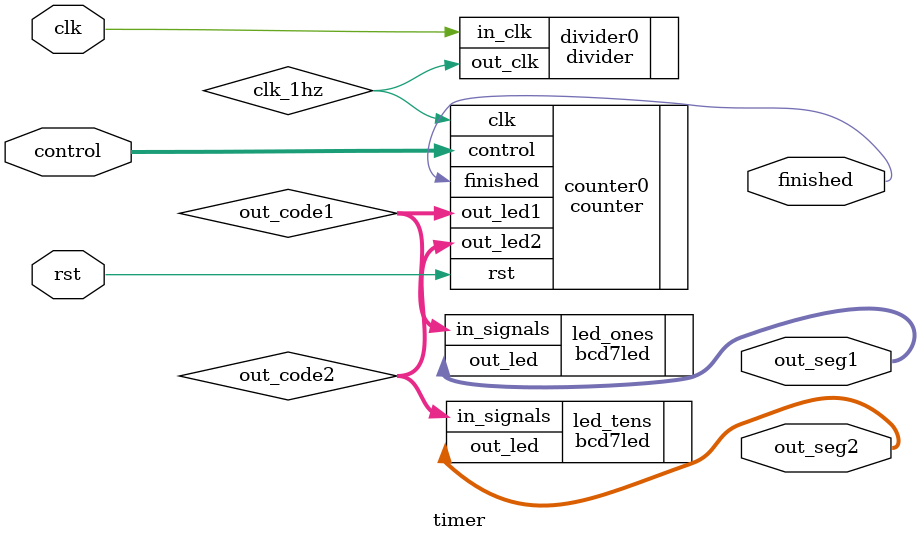
<source format=v>
module timer (
    input wire [0:0] clk,       // 50MHZ时钟输入
    input wire [0:0] rst,       
    input wire [2:0] control, // 开始、暂停、清零信号
    output reg [6:0] out_seg1,
    output reg [6:0] out_seg2,
    output reg [0:0] finished
);
    // 中间的线
    wire clk_1hz; // 1Hz时钟
    wire [3:0] cnt1_out, cnt2_out; // 计数器输出
    wire [3:0] out_code1, out_code2;
    // 分频器
    divider divider0(
        .in_clk(clk),
        .out_clk(clk_1hz)
    );

    // 计数器
    counter counter0(
        .clk(clk_1hz),
        .rst(rst),
        .control(control),
        .out_led1(out_code1),
        .out_led2(out_code2),
        .finished(finished)
    );
    // 数码管显示
    bcd7led led_ones(
        .in_signals(out_code1),
        .out_led(out_seg1)
    );
    bcd7led led_tens(
        .in_signals(out_code2),
        .out_led(out_seg2)
    );

endmodule   
    
</source>
